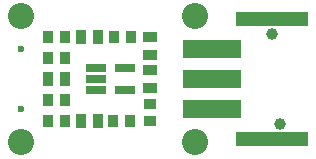
<source format=gts>
G04*
G04 #@! TF.GenerationSoftware,Altium Limited,Altium Designer,18.1.7 (191)*
G04*
G04 Layer_Color=8388736*
%FSLAX24Y24*%
%MOIN*%
G70*
G01*
G75*
%ADD15R,0.2442X0.0513*%
%ADD16R,0.1930X0.0592*%
%ADD17R,0.0344X0.0434*%
%ADD18R,0.0434X0.0344*%
%ADD19R,0.0356X0.0454*%
%ADD20R,0.0454X0.0356*%
%ADD21R,0.0660X0.0300*%
%ADD22C,0.0394*%
%ADD23C,0.0236*%
%ADD24C,0.0867*%
D15*
X19095Y11300D02*
D03*
Y15300D02*
D03*
D16*
X17068Y12300D02*
D03*
Y14300D02*
D03*
Y13300D02*
D03*
D17*
X12181Y14719D02*
D03*
X11619D02*
D03*
Y11914D02*
D03*
X12181D02*
D03*
X14351Y11910D02*
D03*
X13789D02*
D03*
X11619Y12604D02*
D03*
X12181D02*
D03*
X14381Y14719D02*
D03*
X13819D02*
D03*
X11619Y14014D02*
D03*
X12181D02*
D03*
D18*
X15000Y11919D02*
D03*
Y12481D02*
D03*
D19*
X12710Y11919D02*
D03*
X13290D02*
D03*
X11610Y13300D02*
D03*
X12190D02*
D03*
X13290Y14719D02*
D03*
X12710D02*
D03*
D20*
X15000Y14690D02*
D03*
Y14110D02*
D03*
Y13590D02*
D03*
Y13010D02*
D03*
D21*
X13230Y13674D02*
D03*
Y13300D02*
D03*
Y12926D02*
D03*
X14170D02*
D03*
Y13674D02*
D03*
D22*
X19095Y14800D02*
D03*
X19332Y11800D02*
D03*
D23*
X10709Y14304D02*
D03*
Y12296D02*
D03*
D24*
X16500Y11200D02*
D03*
Y15400D02*
D03*
X10700D02*
D03*
Y11200D02*
D03*
M02*

</source>
